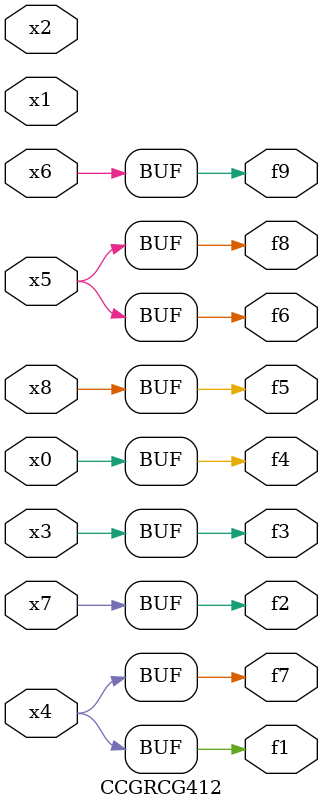
<source format=v>
module CCGRCG412(
	input x0, x1, x2, x3, x4, x5, x6, x7, x8,
	output f1, f2, f3, f4, f5, f6, f7, f8, f9
);
	assign f1 = x4;
	assign f2 = x7;
	assign f3 = x3;
	assign f4 = x0;
	assign f5 = x8;
	assign f6 = x5;
	assign f7 = x4;
	assign f8 = x5;
	assign f9 = x6;
endmodule

</source>
